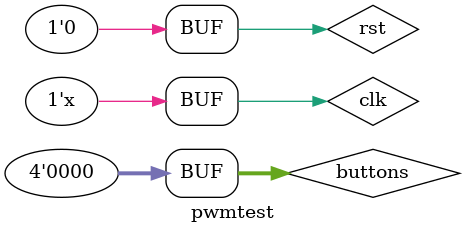
<source format=v>
`timescale 1ns / 1ps


module pwmtest;

	// Inputs
	reg clk;
	reg rst;
	reg [3:0] buttons;

	// Outputs
	wire pwm1;
	wire pwm2;
	wire [3:0] leds;
	wire clk_out;

	// Instantiate the Unit Under Test (UUT)
	pwm uut (
		.clk(clk), 
		.rst(rst), 
		.buttons(buttons), 
		.pwm1(pwm1), 
		.pwm2(pwm2), 
		.leds(leds), 
		.clk_out(clk_out)
	);

	initial begin
		// Initialize Inputs
		clk = 0;
		rst = 0;
		buttons = 0;

		// Wait 100 ns for global reset to finish
		#100;
        
		// Add stimulus here

	end
    always #10 clk = ~clk;
endmodule


</source>
